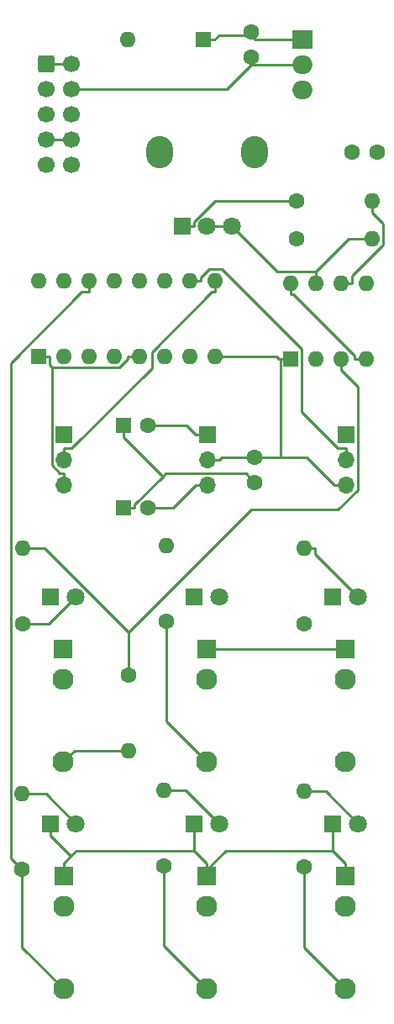
<source format=gbr>
%TF.GenerationSoftware,KiCad,Pcbnew,(6.0.0)*%
%TF.CreationDate,2022-10-17T09:47:37-04:00*%
%TF.ProjectId,bindec,62696e64-6563-42e6-9b69-6361645f7063,rev?*%
%TF.SameCoordinates,Original*%
%TF.FileFunction,Copper,L2,Bot*%
%TF.FilePolarity,Positive*%
%FSLAX46Y46*%
G04 Gerber Fmt 4.6, Leading zero omitted, Abs format (unit mm)*
G04 Created by KiCad (PCBNEW (6.0.0)) date 2022-10-17 09:47:37*
%MOMM*%
%LPD*%
G01*
G04 APERTURE LIST*
G04 Aperture macros list*
%AMRoundRect*
0 Rectangle with rounded corners*
0 $1 Rounding radius*
0 $2 $3 $4 $5 $6 $7 $8 $9 X,Y pos of 4 corners*
0 Add a 4 corners polygon primitive as box body*
4,1,4,$2,$3,$4,$5,$6,$7,$8,$9,$2,$3,0*
0 Add four circle primitives for the rounded corners*
1,1,$1+$1,$2,$3*
1,1,$1+$1,$4,$5*
1,1,$1+$1,$6,$7*
1,1,$1+$1,$8,$9*
0 Add four rect primitives between the rounded corners*
20,1,$1+$1,$2,$3,$4,$5,0*
20,1,$1+$1,$4,$5,$6,$7,0*
20,1,$1+$1,$6,$7,$8,$9,0*
20,1,$1+$1,$8,$9,$2,$3,0*%
G04 Aperture macros list end*
%TA.AperFunction,ComponentPad*%
%ADD10C,1.600000*%
%TD*%
%TA.AperFunction,ComponentPad*%
%ADD11O,1.600000X1.600000*%
%TD*%
%TA.AperFunction,ComponentPad*%
%ADD12R,1.700000X1.700000*%
%TD*%
%TA.AperFunction,ComponentPad*%
%ADD13O,1.700000X1.700000*%
%TD*%
%TA.AperFunction,ComponentPad*%
%ADD14R,1.800000X1.800000*%
%TD*%
%TA.AperFunction,ComponentPad*%
%ADD15C,1.800000*%
%TD*%
%TA.AperFunction,ComponentPad*%
%ADD16R,1.930000X1.830000*%
%TD*%
%TA.AperFunction,ComponentPad*%
%ADD17C,2.130000*%
%TD*%
%TA.AperFunction,ComponentPad*%
%ADD18O,2.720000X3.240000*%
%TD*%
%TA.AperFunction,ComponentPad*%
%ADD19R,1.600000X1.600000*%
%TD*%
%TA.AperFunction,ComponentPad*%
%ADD20R,2.000000X1.905000*%
%TD*%
%TA.AperFunction,ComponentPad*%
%ADD21O,2.000000X1.905000*%
%TD*%
%TA.AperFunction,ComponentPad*%
%ADD22RoundRect,0.250000X-0.600000X-0.600000X0.600000X-0.600000X0.600000X0.600000X-0.600000X0.600000X0*%
%TD*%
%TA.AperFunction,ComponentPad*%
%ADD23C,1.700000*%
%TD*%
%TA.AperFunction,Conductor*%
%ADD24C,0.250000*%
%TD*%
G04 APERTURE END LIST*
D10*
%TO.P,R2,1*%
%TO.N,Q2*%
X162286000Y-91059000D03*
D11*
%TO.P,R2,2*%
%TO.N,Net-(D3-Pad2)*%
X162286000Y-83439000D03*
%TD*%
D12*
%TO.P,SW3,1,A*%
%TO.N,Net-(C3-Pad2)*%
X152532000Y-72024000D03*
D13*
%TO.P,SW3,2,B*%
%TO.N,GND*%
X152532000Y-74564000D03*
%TO.P,SW3,3,C*%
%TO.N,Net-(C4-Pad2)*%
X152532000Y-77104000D03*
%TD*%
D14*
%TO.P,D5,1,K*%
%TO.N,GND*%
X136759000Y-111205000D03*
D15*
%TO.P,D5,2,A*%
%TO.N,Net-(D5-Pad2)*%
X139299000Y-111205000D03*
%TD*%
D10*
%TO.P,C2,1*%
%TO.N,Net-(C2-Pad1)*%
X157333000Y-76815000D03*
%TO.P,C2,2*%
%TO.N,GND*%
X157333000Y-74315000D03*
%TD*%
D14*
%TO.P,D3,1,K*%
%TO.N,GND*%
X165202000Y-88345000D03*
D15*
%TO.P,D3,2,A*%
%TO.N,Net-(D3-Pad2)*%
X167742000Y-88345000D03*
%TD*%
D10*
%TO.P,R9,1*%
%TO.N,CARRY*%
X162286000Y-115570000D03*
D11*
%TO.P,R9,2*%
%TO.N,Net-(D7-Pad2)*%
X162286000Y-107950000D03*
%TD*%
D10*
%TO.P,C1,1*%
%TO.N,Net-(C1-Pad1)*%
X156952000Y-31496000D03*
%TO.P,C1,2*%
%TO.N,GND*%
X156952000Y-33996000D03*
%TD*%
D16*
%TO.P,J3,S*%
%TO.N,GND*%
X166477000Y-93599000D03*
D17*
%TO.P,J3,T*%
%TO.N,Q2*%
X166477000Y-104999000D03*
%TO.P,J3,TN*%
%TO.N,N/C*%
X166477000Y-96699000D03*
%TD*%
D12*
%TO.P,SW2,1,A*%
%TO.N,+5V*%
X138054000Y-72024000D03*
D13*
%TO.P,SW2,2,B*%
%TO.N,Net-(SW2-Pad2)*%
X138054000Y-74564000D03*
%TO.P,SW2,3,C*%
%TO.N,GND*%
X138054000Y-77104000D03*
%TD*%
D18*
%TO.P,RV1,*%
%TO.N,*%
X157307000Y-43564000D03*
X147707000Y-43564000D03*
D14*
%TO.P,RV1,1,1*%
%TO.N,Net-(R7-Pad1)*%
X150007000Y-51064000D03*
D15*
%TO.P,RV1,2,2*%
%TO.N,Net-(R6-Pad2)*%
X152507000Y-51064000D03*
%TO.P,RV1,3,3*%
X155007000Y-51064000D03*
%TD*%
D10*
%TO.P,R7,1*%
%TO.N,Net-(R7-Pad1)*%
X161524000Y-48514000D03*
D11*
%TO.P,R7,2*%
%TO.N,Net-(C2-Pad1)*%
X169144000Y-48514000D03*
%TD*%
D10*
%TO.P,R5,1*%
%TO.N,Q3*%
X133838000Y-115824000D03*
D11*
%TO.P,R5,2*%
%TO.N,Net-(D5-Pad2)*%
X133838000Y-108204000D03*
%TD*%
D10*
%TO.P,R6,1*%
%TO.N,+5V*%
X161524000Y-52324000D03*
D11*
%TO.P,R6,2*%
%TO.N,Net-(R6-Pad2)*%
X169144000Y-52324000D03*
%TD*%
D14*
%TO.P,D2,1,K*%
%TO.N,GND*%
X151232000Y-88345000D03*
D15*
%TO.P,D2,2,A*%
%TO.N,Net-(D2-Pad2)*%
X153772000Y-88345000D03*
%TD*%
D16*
%TO.P,J4,S*%
%TO.N,GND*%
X138029000Y-93599000D03*
D17*
%TO.P,J4,T*%
%TO.N,CLOCK_OUT*%
X138029000Y-104999000D03*
%TO.P,J4,TN*%
%TO.N,N/C*%
X138029000Y-96699000D03*
%TD*%
D16*
%TO.P,J7,S*%
%TO.N,GND*%
X166477000Y-116459000D03*
D17*
%TO.P,J7,T*%
%TO.N,CARRY*%
X166477000Y-127859000D03*
%TO.P,J7,TN*%
%TO.N,N/C*%
X166477000Y-119559000D03*
%TD*%
D19*
%TO.P,U2,1,PE*%
%TO.N,GND*%
X135504000Y-64125000D03*
D11*
%TO.P,U2,2,Q4*%
%TO.N,Q4*%
X138044000Y-64125000D03*
%TO.P,U2,3,J4*%
%TO.N,unconnected-(U2-Pad3)*%
X140584000Y-64125000D03*
%TO.P,U2,4,J1*%
%TO.N,unconnected-(U2-Pad4)*%
X143124000Y-64125000D03*
%TO.P,U2,5,Cin*%
%TO.N,GND*%
X145664000Y-64125000D03*
%TO.P,U2,6,Q1*%
%TO.N,Q1*%
X148204000Y-64125000D03*
%TO.P,U2,7,Cout*%
%TO.N,CARRY*%
X150744000Y-64125000D03*
%TO.P,U2,8,VSS*%
%TO.N,GND*%
X153284000Y-64125000D03*
%TO.P,U2,9,B/D*%
%TO.N,Net-(SW2-Pad2)*%
X153284000Y-56505000D03*
%TO.P,U2,10,U/D*%
%TO.N,Net-(SW1-Pad2)*%
X150744000Y-56505000D03*
%TO.P,U2,11,Q2*%
%TO.N,Q2*%
X148204000Y-56505000D03*
%TO.P,U2,12,J2*%
%TO.N,unconnected-(U2-Pad12)*%
X145664000Y-56505000D03*
%TO.P,U2,13,J3*%
%TO.N,unconnected-(U2-Pad13)*%
X143124000Y-56505000D03*
%TO.P,U2,14,Q3*%
%TO.N,Q3*%
X140584000Y-56505000D03*
%TO.P,U2,15,CK*%
%TO.N,CLOCK_OUT*%
X138044000Y-56505000D03*
%TO.P,U2,16,VDD*%
%TO.N,+5V*%
X135504000Y-56505000D03*
%TD*%
D19*
%TO.P,U3,1,GND*%
%TO.N,GND*%
X160899000Y-64379000D03*
D11*
%TO.P,U3,2,TR*%
%TO.N,Net-(C2-Pad1)*%
X163439000Y-64379000D03*
%TO.P,U3,3,Q*%
%TO.N,Net-(R3-Pad1)*%
X165979000Y-64379000D03*
%TO.P,U3,4,R*%
%TO.N,+5V*%
X168519000Y-64379000D03*
%TO.P,U3,5,CV*%
%TO.N,Net-(C5-Pad1)*%
X168519000Y-56759000D03*
%TO.P,U3,6,THR*%
%TO.N,Net-(C2-Pad1)*%
X165979000Y-56759000D03*
%TO.P,U3,7,DIS*%
%TO.N,Net-(R6-Pad2)*%
X163439000Y-56759000D03*
%TO.P,U3,8,VCC*%
%TO.N,+5V*%
X160899000Y-56759000D03*
%TD*%
D19*
%TO.P,D1,1,K*%
%TO.N,Net-(C1-Pad1)*%
X152126000Y-32258000D03*
D11*
%TO.P,D1,2,A*%
%TO.N,Net-(D1-Pad2)*%
X144506000Y-32258000D03*
%TD*%
D10*
%TO.P,R8,1*%
%TO.N,Q4*%
X148189000Y-115443000D03*
D11*
%TO.P,R8,2*%
%TO.N,Net-(D6-Pad2)*%
X148189000Y-107823000D03*
%TD*%
D16*
%TO.P,J6,S*%
%TO.N,GND*%
X152507000Y-116459000D03*
D17*
%TO.P,J6,T*%
%TO.N,Q4*%
X152507000Y-127859000D03*
%TO.P,J6,TN*%
%TO.N,N/C*%
X152507000Y-119559000D03*
%TD*%
D10*
%TO.P,R3,1*%
%TO.N,Net-(R3-Pad1)*%
X144633000Y-96266000D03*
D11*
%TO.P,R3,2*%
%TO.N,CLOCK_OUT*%
X144633000Y-103886000D03*
%TD*%
D20*
%TO.P,U1,1,IN*%
%TO.N,Net-(C1-Pad1)*%
X162103000Y-32258000D03*
D21*
%TO.P,U1,2,GND*%
%TO.N,GND*%
X162103000Y-34798000D03*
%TO.P,U1,3,OUT*%
%TO.N,+5V*%
X162103000Y-37338000D03*
%TD*%
D19*
%TO.P,C3,1*%
%TO.N,Net-(C2-Pad1)*%
X144062900Y-71120000D03*
D10*
%TO.P,C3,2*%
%TO.N,Net-(C3-Pad2)*%
X146562900Y-71120000D03*
%TD*%
D14*
%TO.P,D4,1,K*%
%TO.N,GND*%
X136754000Y-88345000D03*
D15*
%TO.P,D4,2,A*%
%TO.N,Net-(D4-Pad2)*%
X139294000Y-88345000D03*
%TD*%
D16*
%TO.P,J5,S*%
%TO.N,GND*%
X138034000Y-116459000D03*
D17*
%TO.P,J5,T*%
%TO.N,Q3*%
X138034000Y-127859000D03*
%TO.P,J5,TN*%
%TO.N,N/C*%
X138034000Y-119559000D03*
%TD*%
D10*
%TO.P,R4,1*%
%TO.N,Net-(D4-Pad2)*%
X133965000Y-91059000D03*
D11*
%TO.P,R4,2*%
%TO.N,Net-(R3-Pad1)*%
X133965000Y-83439000D03*
%TD*%
D12*
%TO.P,SW1,1,A*%
%TO.N,+5V*%
X166502000Y-72009000D03*
D13*
%TO.P,SW1,2,B*%
%TO.N,Net-(SW1-Pad2)*%
X166502000Y-74549000D03*
%TO.P,SW1,3,C*%
%TO.N,GND*%
X166502000Y-77089000D03*
%TD*%
D14*
%TO.P,D6,1,K*%
%TO.N,GND*%
X151232000Y-111205000D03*
D15*
%TO.P,D6,2,A*%
%TO.N,Net-(D6-Pad2)*%
X153772000Y-111205000D03*
%TD*%
D16*
%TO.P,J2,S*%
%TO.N,GND*%
X152507000Y-93599000D03*
D17*
%TO.P,J2,T*%
%TO.N,Q1*%
X152507000Y-104999000D03*
%TO.P,J2,TN*%
%TO.N,N/C*%
X152507000Y-96699000D03*
%TD*%
D10*
%TO.P,C5,1*%
%TO.N,Net-(C5-Pad1)*%
X167132000Y-43561000D03*
%TO.P,C5,2*%
%TO.N,GND*%
X169632000Y-43561000D03*
%TD*%
D19*
%TO.P,C4,1*%
%TO.N,Net-(C2-Pad1)*%
X144062900Y-79375000D03*
D10*
%TO.P,C4,2*%
%TO.N,Net-(C4-Pad2)*%
X146562900Y-79375000D03*
%TD*%
D14*
%TO.P,D7,1,K*%
%TO.N,GND*%
X165202000Y-111205000D03*
D15*
%TO.P,D7,2,A*%
%TO.N,Net-(D7-Pad2)*%
X167742000Y-111205000D03*
%TD*%
D10*
%TO.P,R1,1*%
%TO.N,Q1*%
X148443000Y-90805000D03*
D11*
%TO.P,R1,2*%
%TO.N,Net-(D2-Pad2)*%
X148443000Y-83185000D03*
%TD*%
D22*
%TO.P,J1,1,Pin_1*%
%TO.N,Net-(D1-Pad2)*%
X136260500Y-34671000D03*
D23*
%TO.P,J1,2,Pin_2*%
X138800500Y-34671000D03*
%TO.P,J1,3,Pin_3*%
%TO.N,GND*%
X136260500Y-37211000D03*
%TO.P,J1,4,Pin_4*%
X138800500Y-37211000D03*
%TO.P,J1,5,Pin_5*%
X136260500Y-39751000D03*
%TO.P,J1,6,Pin_6*%
X138800500Y-39751000D03*
%TO.P,J1,7,Pin_7*%
X136260500Y-42291000D03*
%TO.P,J1,8,Pin_8*%
X138800500Y-42291000D03*
%TO.P,J1,9,Pin_9*%
%TO.N,unconnected-(J1-Pad9)*%
X136260500Y-44831000D03*
%TO.P,J1,10,Pin_10*%
%TO.N,unconnected-(J1-Pad10)*%
X138800500Y-44831000D03*
%TD*%
D24*
%TO.N,GND*%
X152532000Y-74564000D02*
X153707300Y-74564000D01*
X157333000Y-74315000D02*
X153956300Y-74315000D01*
X165202000Y-111205000D02*
X165202000Y-113943700D01*
X138034000Y-116459000D02*
X138034000Y-115218700D01*
X138790700Y-114462000D02*
X138034000Y-115218700D01*
X152507000Y-93599000D02*
X166477000Y-93599000D01*
X166502000Y-77089000D02*
X165326700Y-77089000D01*
X162103000Y-34798000D02*
X160777700Y-34798000D01*
X136629300Y-64125000D02*
X136629300Y-65013000D01*
X154539000Y-37211000D02*
X156952000Y-34798000D01*
X137686700Y-75928700D02*
X138054000Y-75928700D01*
X154402100Y-113943700D02*
X165202000Y-113943700D01*
X138054000Y-77104000D02*
X138054000Y-75928700D01*
X151232000Y-113943700D02*
X152507000Y-115218700D01*
X136629300Y-65013000D02*
X136866600Y-65250300D01*
X152507000Y-116459000D02*
X152507000Y-115838800D01*
X136866600Y-65250300D02*
X143694800Y-65250300D01*
X136866600Y-75108600D02*
X137686700Y-75928700D01*
X138800500Y-37211000D02*
X154539000Y-37211000D01*
X151232000Y-113943700D02*
X139309000Y-113943700D01*
X156952000Y-34798000D02*
X160777700Y-34798000D01*
X166477000Y-116459000D02*
X166477000Y-115218700D01*
X139309000Y-113943700D02*
X138790700Y-114462000D01*
X152507000Y-115838800D02*
X154402100Y-113943700D01*
X159942900Y-74315000D02*
X157333000Y-74315000D01*
X136866600Y-65250300D02*
X136866600Y-75108600D01*
X144538700Y-64406400D02*
X144538700Y-64125000D01*
X135504000Y-64125000D02*
X136629300Y-64125000D01*
X159942900Y-74315000D02*
X159942900Y-64379000D01*
X152507000Y-115838800D02*
X152507000Y-115218700D01*
X165202000Y-113943700D02*
X166477000Y-115218700D01*
X143694800Y-65250300D02*
X144538700Y-64406400D01*
X138800500Y-42291000D02*
X136260500Y-42291000D01*
X153956300Y-74315000D02*
X153707300Y-74564000D01*
X145664000Y-64125000D02*
X144538700Y-64125000D01*
X159519700Y-64125000D02*
X159773700Y-64379000D01*
X156952000Y-34798000D02*
X156952000Y-33996000D01*
X151232000Y-111205000D02*
X151232000Y-113943700D01*
X138790700Y-114462000D02*
X136759000Y-112430300D01*
X159942900Y-64379000D02*
X159773700Y-64379000D01*
X136759000Y-111205000D02*
X136759000Y-112430300D01*
X165326700Y-77089000D02*
X162552700Y-74315000D01*
X160899000Y-64379000D02*
X159942900Y-64379000D01*
X153284000Y-64125000D02*
X159519700Y-64125000D01*
X162552700Y-74315000D02*
X159942900Y-74315000D01*
%TO.N,Net-(C1-Pad1)*%
X156952000Y-31802800D02*
X153706500Y-31802800D01*
X156952000Y-31802800D02*
X156952000Y-31496000D01*
X153706500Y-31802800D02*
X153251300Y-32258000D01*
X162103000Y-32258000D02*
X157407200Y-32258000D01*
X157407200Y-32258000D02*
X156952000Y-31802800D01*
X152126000Y-32258000D02*
X153251300Y-32258000D01*
%TO.N,Net-(C2-Pad1)*%
X145188200Y-79093700D02*
X148049800Y-76232100D01*
X148049800Y-76232100D02*
X144062900Y-72245300D01*
X144062900Y-79375000D02*
X145188200Y-79375000D01*
X167104300Y-56759000D02*
X167104300Y-56029600D01*
X148357200Y-75924700D02*
X156442700Y-75924700D01*
X145188200Y-79375000D02*
X145188200Y-79093700D01*
X165979000Y-56759000D02*
X167104300Y-56759000D01*
X170269300Y-52864600D02*
X170269300Y-50764600D01*
X144062900Y-71120000D02*
X144062900Y-72245300D01*
X170269300Y-50764600D02*
X169144000Y-49639300D01*
X148049800Y-76232100D02*
X148357200Y-75924700D01*
X167104300Y-56029600D02*
X170269300Y-52864600D01*
X156442700Y-75924700D02*
X157333000Y-76815000D01*
X169144000Y-48514000D02*
X169144000Y-49639300D01*
%TO.N,Net-(C3-Pad2)*%
X152532000Y-72024000D02*
X151356700Y-72024000D01*
X146562900Y-71120000D02*
X150452700Y-71120000D01*
X150452700Y-71120000D02*
X151356700Y-72024000D01*
%TO.N,Net-(C4-Pad2)*%
X149085700Y-79375000D02*
X151356700Y-77104000D01*
X152532000Y-77104000D02*
X151356700Y-77104000D01*
X146562900Y-79375000D02*
X149085700Y-79375000D01*
%TO.N,Net-(D1-Pad2)*%
X138800500Y-34671000D02*
X136260500Y-34671000D01*
%TO.N,Net-(D3-Pad2)*%
X162286000Y-83439000D02*
X163411300Y-83439000D01*
X167742000Y-88345000D02*
X163411300Y-84014300D01*
X163411300Y-84014300D02*
X163411300Y-83439000D01*
%TO.N,Net-(D4-Pad2)*%
X133965000Y-91059000D02*
X136580000Y-91059000D01*
X136580000Y-91059000D02*
X139294000Y-88345000D01*
%TO.N,Net-(D5-Pad2)*%
X136298000Y-108204000D02*
X139299000Y-111205000D01*
X133838000Y-108204000D02*
X136298000Y-108204000D01*
%TO.N,Net-(D6-Pad2)*%
X153772000Y-111205000D02*
X150390000Y-107823000D01*
X150390000Y-107823000D02*
X148189000Y-107823000D01*
%TO.N,Net-(D7-Pad2)*%
X167742000Y-111205000D02*
X164487000Y-107950000D01*
X164487000Y-107950000D02*
X162286000Y-107950000D01*
%TO.N,Q1*%
X148443000Y-90805000D02*
X148443000Y-100935000D01*
X148443000Y-100935000D02*
X152507000Y-104999000D01*
%TO.N,CLOCK_OUT*%
X144633000Y-103886000D02*
X139142000Y-103886000D01*
X139142000Y-103886000D02*
X138029000Y-104999000D01*
%TO.N,Q3*%
X138034000Y-127859000D02*
X133838000Y-123663000D01*
X133838000Y-115824000D02*
X132709300Y-114695300D01*
X140584000Y-56505000D02*
X140584000Y-57630300D01*
X132709300Y-114695300D02*
X132709300Y-64801700D01*
X139880700Y-57630300D02*
X140584000Y-57630300D01*
X132709300Y-64801700D02*
X139880700Y-57630300D01*
X133838000Y-123663000D02*
X133838000Y-115824000D01*
%TO.N,Q4*%
X148189000Y-123541000D02*
X148189000Y-115443000D01*
X152507000Y-127859000D02*
X148189000Y-123541000D01*
%TO.N,CARRY*%
X166477000Y-127859000D02*
X162286000Y-123668000D01*
X162286000Y-123668000D02*
X162286000Y-115570000D01*
%TO.N,Net-(R3-Pad1)*%
X165979000Y-64379000D02*
X165979000Y-65504300D01*
X144633000Y-91922300D02*
X156965100Y-79590200D01*
X133965000Y-83439000D02*
X136149700Y-83439000D01*
X144633000Y-91922300D02*
X144633000Y-96266000D01*
X136149700Y-83439000D02*
X144633000Y-91922300D01*
X165693500Y-79590200D02*
X167677400Y-77606300D01*
X167677400Y-67202700D02*
X165979000Y-65504300D01*
X156965100Y-79590200D02*
X165693500Y-79590200D01*
X167677400Y-77606300D02*
X167677400Y-67202700D01*
%TO.N,Net-(R6-Pad2)*%
X159576700Y-55633700D02*
X155007000Y-51064000D01*
X166748700Y-52324000D02*
X163439000Y-55633700D01*
X169144000Y-52324000D02*
X166748700Y-52324000D01*
X152507000Y-51064000D02*
X155007000Y-51064000D01*
X163439000Y-56759000D02*
X163439000Y-55633700D01*
X163439000Y-55633700D02*
X159576700Y-55633700D01*
%TO.N,+5V*%
X160899000Y-56759000D02*
X160899000Y-57884300D01*
X160899000Y-57884300D02*
X161180300Y-57884300D01*
X167393700Y-64097700D02*
X167393700Y-64379000D01*
X161180300Y-57884300D02*
X167393700Y-64097700D01*
X168519000Y-64379000D02*
X167393700Y-64379000D01*
%TO.N,Net-(R7-Pad1)*%
X151232300Y-50604500D02*
X151232300Y-51064000D01*
X161524000Y-48514000D02*
X153322800Y-48514000D01*
X153322800Y-48514000D02*
X151232300Y-50604500D01*
X150007000Y-51064000D02*
X151232300Y-51064000D01*
%TO.N,Net-(SW1-Pad2)*%
X166502000Y-73373700D02*
X165694000Y-73373700D01*
X166502000Y-74549000D02*
X166502000Y-73373700D01*
X162024400Y-69704100D02*
X162024400Y-63417000D01*
X150744000Y-56505000D02*
X151869300Y-56505000D01*
X162024400Y-63417000D02*
X153987100Y-55379700D01*
X152713200Y-55379700D02*
X151869300Y-56223600D01*
X151869300Y-56223600D02*
X151869300Y-56505000D01*
X153987100Y-55379700D02*
X152713200Y-55379700D01*
X165694000Y-73373700D02*
X162024400Y-69704100D01*
%TO.N,Net-(SW2-Pad2)*%
X153284000Y-56505000D02*
X153284000Y-57630300D01*
X138054000Y-74564000D02*
X138054000Y-73388700D01*
X153002700Y-57630300D02*
X146934000Y-63699000D01*
X138862000Y-73388700D02*
X138054000Y-73388700D01*
X146934000Y-65316700D02*
X138862000Y-73388700D01*
X153284000Y-57630300D02*
X153002700Y-57630300D01*
X146934000Y-63699000D02*
X146934000Y-65316700D01*
%TD*%
M02*

</source>
